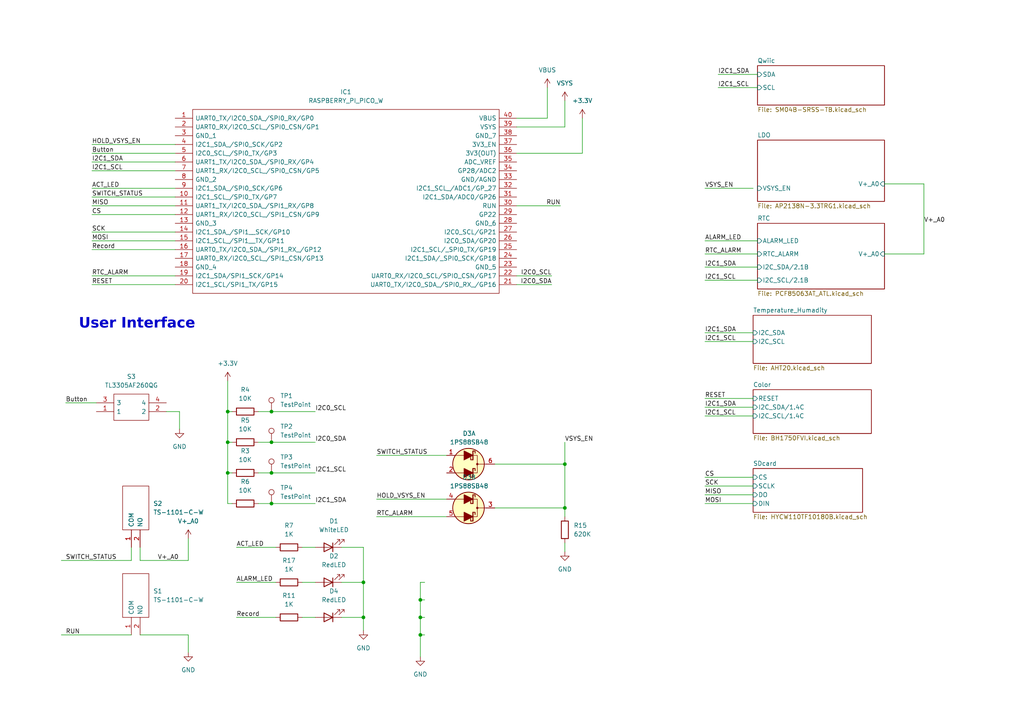
<source format=kicad_sch>
(kicad_sch (version 20230121) (generator eeschema)
  (paper "A4")
  (lib_symbols
    (symbol "Connector:TestPoint" (pin_numbers hide) (pin_names (offset 0.762) hide)
      (property "Reference" "TP" (at 0 6.858 0))
      (property "Value" "TestPoint" (at 0 5.08 0))
      (symbol "TestPoint_0_1"
        (circle (center 0 3.302) (radius 0.762))
      )
      (symbol "TestPoint_1_1"
        (pin passive line (at 0 0 90) (length 2.54) (name "1") (number "1"))
      )
    )
    (symbol "Device:LED" (pin_numbers hide) (pin_names (offset 1.016) hide)
      (property "Reference" "D" (at 0 2.54 0))
      (property "Value" "LED" (at 0 -2.54 0))
      (symbol "LED_0_1"
        (polyline (pts (xy -1.27 -1.27) (xy -1.27 1.27)) (stroke (width 0.254)))
        (polyline (pts (xy -1.27 0) (xy 1.27 0)))
        (polyline (pts (xy 1.27 -1.27) (xy 1.27 1.27) (xy -1.27 0) (xy 1.27 -1.27)) (stroke (width 0.254)))
        (polyline (pts (xy -3.048 -0.762) (xy -4.572 -2.286) (xy -3.81 -2.286) (xy -4.572 -2.286) (xy -4.572 -1.524)))
        (polyline (pts (xy -1.778 -0.762) (xy -3.302 -2.286) (xy -2.54 -2.286) (xy -3.302 -2.286) (xy -3.302 -1.524)))
      )
      (symbol "LED_1_1"
        (pin passive line (at -3.81 0 0) (length 2.54) (name "K") (number "1"))
        (pin passive line (at 3.81 0 180) (length 2.54) (name "A") (number "2"))
      )
    )
    (symbol "Device:R" (pin_numbers hide) (pin_names (offset 0))
      (property "Reference" "R" (at 2.032 0 90))
      (property "Value" "R" (at 0 0 90))
      (symbol "R_0_1"
        (rectangle (start -1.016 -2.54) (end 1.016 2.54) (stroke (width 0.254)))
      )
      (symbol "R_1_1"
        (pin passive line (at 0 3.81 270) (length 1.27) (name "~") (number "1"))
        (pin passive line (at 0 -3.81 90) (length 1.27) (name "~") (number "2"))
      )
    )
    (symbol "PCM_Diode_Schottky_AKL:1PS88SB48" (pin_names (offset 1.016) hide)
      (property "Reference" "D" (at 0 8.89 0))
      (property "Value" "1PS88SB48" (at 0 6.35 0))
      (symbol "1PS88SB48_0_1"
        (polyline (pts (xy -1.27 -2.54) (xy -3.81 -2.54)))
        (polyline (pts (xy -1.27 2.54) (xy -3.81 2.54)))
        (polyline (pts (xy 1.27 -3.81) (xy 1.27 -1.27)) (stroke (width 0.254)))
        (polyline (pts (xy 1.27 1.27) (xy 1.27 3.81)) (stroke (width 0.254)))
        (polyline (pts (xy 5.08 0) (xy 2.54 0)))
        (polyline (pts (xy 1.27 -2.54) (xy 2.54 -2.54) (xy 2.54 2.54) (xy 1.27 2.54)))
        (circle (center 0 0) (radius 4.572) (stroke (width 0.254)) (fill (type background)))
        (circle (center 2.54 0) (radius 0.254) (fill (type outline)))
      )
      (symbol "1PS88SB48_1_1"
        (polyline (pts (xy -1.27 -2.54) (xy 1.27 -2.54)))
        (polyline (pts (xy -1.27 2.54) (xy 1.27 2.54)))
        (polyline (pts (xy 1.27 -3.81) (xy 1.27 -1.27)) (stroke (width 0.254)))
        (polyline (pts (xy 1.27 1.27) (xy 1.27 3.81)) (stroke (width 0.254)))
        (polyline (pts (xy -1.27 -3.81) (xy -1.27 -1.27) (xy 1.27 -2.54) (xy -1.27 -3.81)) (stroke (width 0.254)) (fill (type outline)))
        (polyline (pts (xy -1.27 1.27) (xy -1.27 3.81) (xy 1.27 2.54) (xy -1.27 1.27)) (stroke (width 0.254)) (fill (type outline)))
        (polyline (pts (xy 0.635 -3.175) (xy 0.635 -3.81) (xy 1.27 -3.81) (xy 1.27 -1.27) (xy 1.905 -1.27) (xy 1.905 -1.905)) (stroke (width 0.254)))
        (polyline (pts (xy 0.635 1.905) (xy 0.635 1.27) (xy 1.27 1.27) (xy 1.27 3.81) (xy 1.905 3.81) (xy 1.905 3.175)) (stroke (width 0.254)))
        (pin passive line (at -6.35 2.54 0) (length 2.54) (name "A1") (number "1"))
        (pin passive line (at -6.35 -2.54 0) (length 2.54) (name "A1") (number "2"))
        (pin passive line (at 7.62 0 180) (length 2.54) (name "K1") (number "6"))
      )
      (symbol "1PS88SB48_2_1"
        (polyline (pts (xy -1.27 -2.54) (xy 1.27 -2.54)))
        (polyline (pts (xy -1.27 2.54) (xy 1.27 2.54)))
        (polyline (pts (xy 1.27 -3.81) (xy 1.27 -1.27)) (stroke (width 0.254)))
        (polyline (pts (xy 1.27 1.27) (xy 1.27 3.81)) (stroke (width 0.254)))
        (polyline (pts (xy -1.27 -3.81) (xy -1.27 -1.27) (xy 1.27 -2.54) (xy -1.27 -3.81)) (stroke (width 0.254)) (fill (type outline)))
        (polyline (pts (xy -1.27 1.27) (xy -1.27 3.81) (xy 1.27 2.54) (xy -1.27 1.27)) (stroke (width 0.254)) (fill (type outline)))
        (polyline (pts (xy 0.635 -3.175) (xy 0.635 -3.81) (xy 1.27 -3.81) (xy 1.27 -1.27) (xy 1.905 -1.27) (xy 1.905 -1.905)) (stroke (width 0.254)))
        (polyline (pts (xy 0.635 1.905) (xy 0.635 1.27) (xy 1.27 1.27) (xy 1.27 3.81) (xy 1.905 3.81) (xy 1.905 3.175)) (stroke (width 0.254)))
        (pin passive line (at 7.62 0 180) (length 2.54) (name "K2") (number "3"))
        (pin passive line (at -6.35 2.54 0) (length 2.54) (name "A2") (number "4"))
        (pin passive line (at -6.35 -2.54 0) (length 2.54) (name "A2") (number "5"))
      )
    )
    (symbol "RASPBERRY_PI_PICO_W:RASPBERRY_PI_PICO_W" (pin_names (offset 0.762))
      (property "Reference" "IC" (at 95.25 7.62 0))
      (property "Value" "RASPBERRY_PI_PICO_W" (at 95.25 5.08 0))
      (symbol "RASPBERRY_PI_PICO_W_0_0"
        (pin passive line (at 0 0 0) (length 5.08) (name "UART0_TX/I2C0_SDA_/SPI0_RX/GP0") (number "1"))
        (pin passive line (at 0 -22.86 0) (length 5.08) (name "I2C1_SCL_/SPI0_TX/GP7") (number "10"))
        (pin passive line (at 0 -25.4 0) (length 5.08) (name "UART1_TX/I2C0_SDA_/SPI1_RX/GP8") (number "11"))
        (pin passive line (at 0 -27.94 0) (length 5.08) (name "UART1_RX/I2C0_SCL_/SPI1_CSN/GP9") (number "12"))
        (pin passive line (at 0 -30.48 0) (length 5.08) (name "GND_3") (number "13"))
        (pin passive line (at 0 -33.02 0) (length 5.08) (name "I2C1_SDA_/SPI1__SCK/GP10") (number "14"))
        (pin passive line (at 0 -35.56 0) (length 5.08) (name "I2C1_SCL_/SPI1__TX/GP11") (number "15"))
        (pin passive line (at 0 -38.1 0) (length 5.08) (name "UART0_TX/I2C0_SDA_/SPI1_RX_/GP12") (number "16"))
        (pin passive line (at 0 -40.64 0) (length 5.08) (name "UART0_RX/I2C0_SCL_/SPI1_CSN/GP13") (number "17"))
        (pin passive line (at 0 -43.18 0) (length 5.08) (name "GND_4") (number "18"))
        (pin passive line (at 0 -45.72 0) (length 5.08) (name "I2C1_SDA/SPI1_SCK/GP14") (number "19"))
        (pin passive line (at 0 -2.54 0) (length 5.08) (name "UART0_RX/I2C0_SCL_/SPI0_CSN/GP1") (number "2"))
        (pin passive line (at 0 -48.26 0) (length 5.08) (name "I2C1_SCL/SPI1_TX/GP15") (number "20"))
        (pin passive line (at 99.06 -48.26 180) (length 5.08) (name "UART0_TX/I2C0_SDA_/SPI0_RX_/GP16") (number "21"))
        (pin passive line (at 99.06 -45.72 180) (length 5.08) (name "UART0_RX/I2C0_SCL/SPIO_CSN/GP17") (number "22"))
        (pin passive line (at 99.06 -43.18 180) (length 5.08) (name "GND_5") (number "23"))
        (pin passive line (at 99.06 -40.64 180) (length 5.08) (name "I2C1_SDA/_SPI0_SCK/GP18") (number "24"))
        (pin passive line (at 99.06 -38.1 180) (length 5.08) (name "I2C1_SCL/_SPI0_TX/GP19") (number "25"))
        (pin passive line (at 99.06 -35.56 180) (length 5.08) (name "I2C0_SDA/GP20") (number "26"))
        (pin passive line (at 99.06 -33.02 180) (length 5.08) (name "I2C0_SCL/GP21") (number "27"))
        (pin passive line (at 99.06 -30.48 180) (length 5.08) (name "GND_6") (number "28"))
        (pin passive line (at 99.06 -27.94 180) (length 5.08) (name "GP22") (number "29"))
        (pin passive line (at 0 -5.08 0) (length 5.08) (name "GND_1") (number "3"))
        (pin passive line (at 99.06 -25.4 180) (length 5.08) (name "RUN") (number "30"))
        (pin passive line (at 99.06 -22.86 180) (length 5.08) (name "I2C1_SDA/ADC0/GP26") (number "31"))
        (pin passive line (at 99.06 -20.32 180) (length 5.08) (name "I2C1_SCL_/ADC1/GP_27") (number "32"))
        (pin passive line (at 99.06 -17.78 180) (length 5.08) (name "GND/AGND") (number "33"))
        (pin passive line (at 99.06 -15.24 180) (length 5.08) (name "GP28/ADC2") (number "34"))
        (pin passive line (at 99.06 -12.7 180) (length 5.08) (name "ADC_VREF") (number "35"))
        (pin passive line (at 99.06 -10.16 180) (length 5.08) (name "3V3(OUT)") (number "36"))
        (pin passive line (at 99.06 -7.62 180) (length 5.08) (name "3V3_EN") (number "37"))
        (pin passive line (at 99.06 -5.08 180) (length 5.08) (name "GND_7") (number "38"))
        (pin passive line (at 99.06 -2.54 180) (length 5.08) (name "VSYS") (number "39"))
        (pin passive line (at 0 -7.62 0) (length 5.08) (name "I2C1_SDA_/SPI0_SCK/GP2") (number "4"))
        (pin passive line (at 99.06 0 180) (length 5.08) (name "VBUS") (number "40"))
        (pin passive line (at 0 -10.16 0) (length 5.08) (name "I2C0_SCL_/SPI0_TX/GP3") (number "5"))
        (pin passive line (at 0 -12.7 0) (length 5.08) (name "UART1_TX/I2C0_SDA_/SPI0_RX/GP4") (number "6"))
        (pin passive line (at 0 -15.24 0) (length 5.08) (name "UART1_RX/I2C0_SCL_/SPI0_CSN/GP5") (number "7"))
        (pin passive line (at 0 -17.78 0) (length 5.08) (name "GND_2") (number "8"))
        (pin passive line (at 0 -20.32 0) (length 5.08) (name "I2C1_SDA_/SPI0_SCK/GP6") (number "9"))
      )
      (symbol "RASPBERRY_PI_PICO_W_0_1"
        (polyline (pts (xy 5.08 2.54) (xy 93.98 2.54) (xy 93.98 -50.8) (xy 5.08 -50.8) (xy 5.08 2.54)) (stroke (width 0.1524)))
      )
    )
    (symbol "TL3305AF260QG:TL3305AF260QG" (pin_names (offset 0.762))
      (property "Reference" "S" (at 16.51 7.62 0))
      (property "Value" "TL3305AF260QG" (at 16.51 5.08 0))
      (symbol "TL3305AF260QG_0_0"
        (pin passive line (at 0 -2.54 0) (length 5.08) (name "1") (number "1"))
        (pin passive line (at 20.32 -2.54 180) (length 5.08) (name "2") (number "2"))
        (pin passive line (at 0 0 0) (length 5.08) (name "3") (number "3"))
        (pin passive line (at 20.32 0 180) (length 5.08) (name "4") (number "4"))
      )
      (symbol "TL3305AF260QG_0_1"
        (polyline (pts (xy 5.08 2.54) (xy 15.24 2.54) (xy 15.24 -5.08) (xy 5.08 -5.08) (xy 5.08 2.54)) (stroke (width 0.1524)))
      )
    )
    (symbol "TS-1101-C-W:TS-1101-C-W" (pin_names (offset 0.762))
      (property "Reference" "S" (at 19.05 7.62 0))
      (property "Value" "TS-1101-C-W" (at 19.05 5.08 0))
      (symbol "TS-1101-C-W_0_0"
        (pin passive line (at 0 0 0) (length 5.08) (name "COM") (number "1"))
        (pin passive line (at 0 -2.54 0) (length 5.08) (name "NO") (number "2"))
      )
      (symbol "TS-1101-C-W_0_1"
        (polyline (pts (xy 5.08 2.54) (xy 17.78 2.54) (xy 17.78 -5.08) (xy 5.08 -5.08) (xy 5.08 2.54)) (stroke (width 0.1524)))
      )
    )
    (symbol "power:+3.3V" (power) (pin_names (offset 0))
      (property "Value" "+3.3V" (at 0 3.556 0))
      (symbol "+3.3V_0_1"
        (polyline (pts (xy -0.762 1.27) (xy 0 2.54)))
        (polyline (pts (xy 0 0) (xy 0 2.54)))
        (polyline (pts (xy 0 2.54) (xy 0.762 1.27)))
      )
      (symbol "+3.3V_1_1"
        (pin power_in line (at 0 0 90) (length 0) hide (name "+3.3V") (number "1"))
      )
    )
    (symbol "power:GND" (power) (pin_names (offset 0))
      (property "Value" "GND" (at 0 -3.81 0))
      (symbol "GND_0_1"
        (polyline (pts (xy 0 0) (xy 0 -1.27) (xy 1.27 -1.27) (xy 0 -2.54) (xy -1.27 -1.27) (xy 0 -1.27)))
      )
      (symbol "GND_1_1"
        (pin power_in line (at 0 0 270) (length 0) hide (name "GND") (number "1"))
      )
    )
    (symbol "power:VBUS" (power) (pin_names (offset 0))
      (property "Value" "VBUS" (at 0 3.81 0))
      (symbol "VBUS_0_1"
        (polyline (pts (xy -0.762 1.27) (xy 0 2.54)))
        (polyline (pts (xy 0 0) (xy 0 2.54)))
        (polyline (pts (xy 0 2.54) (xy 0.762 1.27)))
      )
      (symbol "VBUS_1_1"
        (pin power_in line (at 0 0 90) (length 0) hide (name "VBUS") (number "1"))
      )
    )
    (symbol "power_vsys:V+_A0" (power) (pin_names (offset 0))
      (property "Value" "V+_A0" (at 0 3.81 0))
      (symbol "V+_A0_0_1"
        (polyline (pts (xy -0.762 1.27) (xy 0 2.54)))
        (polyline (pts (xy 0 0) (xy 0 2.54)))
        (polyline (pts (xy 0 2.54) (xy 0.762 1.27)))
      )
      (symbol "V+_A0_1_1"
        (pin power_in line (at 0 0 90) (length 0) hide (name "V+_A0") (number "1"))
      )
    )
    (symbol "power_vsys:VSYS" (power) (pin_names (offset 0))
      (property "Value" "VSYS" (at 0 3.81 0))
      (symbol "VSYS_0_1"
        (polyline (pts (xy -0.762 1.27) (xy 0 2.54)))
        (polyline (pts (xy 0 0) (xy 0 2.54)))
        (polyline (pts (xy 0 2.54) (xy 0.762 1.27)))
      )
      (symbol "VSYS_1_1"
        (pin power_in line (at 0 0 90) (length 0) hide (name "VSYS") (number "1"))
      )
    )
  )
  (junction (at 66.04 137.16))
  (junction (at 121.92 179.07))
  (junction (at 105.41 168.91))
  (junction (at 66.04 119.38))
  (junction (at 78.74 128.27))
  (junction (at 121.92 173.99))
  (junction (at 78.74 137.16))
  (junction (at 66.04 128.27))
  (junction (at 163.83 134.62))
  (junction (at 78.74 146.05))
  (junction (at 163.83 147.32))
  (junction (at 105.41 179.07))
  (junction (at 78.74 119.38))
  (junction (at 121.92 184.15))
  (wire (pts (xy 204.47 54.61) (xy 218.44 54.61)))
  (wire (pts (xy 204.47 115.57) (xy 218.44 115.57)))
  (wire (pts (xy 40.64 158.75) (xy 40.64 162.56)))
  (wire (pts (xy 66.04 119.38) (xy 66.04 128.27)))
  (wire (pts (xy 99.06 158.75) (xy 105.41 158.75)))
  (wire (pts (xy 68.58 168.91) (xy 80.01 168.91)))
  (wire (pts (xy 105.41 179.07) (xy 105.41 182.88)))
  (wire (pts (xy 204.47 99.06) (xy 218.44 99.06)))
  (wire (pts (xy 68.58 179.07) (xy 80.01 179.07)))
  (wire (pts (xy 163.83 128.27) (xy 163.83 134.62)))
  (wire (pts (xy 109.22 132.08) (xy 129.54 132.08)))
  (wire (pts (xy 163.83 157.48) (xy 163.83 160.02)))
  (wire (pts (xy 78.74 137.16) (xy 91.44 137.16)))
  (wire (pts (xy 158.75 34.29) (xy 158.75 25.4)))
  (wire (pts (xy 105.41 168.91) (xy 105.41 179.07)))
  (wire (pts (xy 78.74 146.05) (xy 91.44 146.05)))
  (wire (pts (xy 78.74 119.38) (xy 91.44 119.38)))
  (wire (pts (xy 26.67 44.45) (xy 50.8 44.45)))
  (wire (pts (xy 26.67 67.31) (xy 50.8 67.31)))
  (wire (pts (xy 66.04 137.16) (xy 66.04 146.05)))
  (wire (pts (xy 204.47 69.85) (xy 219.71 69.85)))
  (wire (pts (xy 256.54 53.34) (xy 267.97 53.34)))
  (wire (pts (xy 87.63 168.91) (xy 91.44 168.91)))
  (wire (pts (xy 99.06 168.91) (xy 105.41 168.91)))
  (wire (pts (xy 267.97 73.66) (xy 256.54 73.66)))
  (wire (pts (xy 149.86 59.69) (xy 162.56 59.69)))
  (wire (pts (xy 26.67 59.69) (xy 50.8 59.69)))
  (wire (pts (xy 26.67 41.91) (xy 50.8 41.91)))
  (wire (pts (xy 66.04 137.16) (xy 67.31 137.16)))
  (wire (pts (xy 87.63 179.07) (xy 91.44 179.07)))
  (wire (pts (xy 208.28 25.4) (xy 219.71 25.4)))
  (wire (pts (xy 66.04 119.38) (xy 67.31 119.38)))
  (wire (pts (xy 26.67 54.61) (xy 50.8 54.61)))
  (wire (pts (xy 121.92 184.15) (xy 121.92 190.5)))
  (wire (pts (xy 121.92 173.99) (xy 121.92 179.07)))
  (wire (pts (xy 66.04 146.05) (xy 67.31 146.05)))
  (wire (pts (xy 105.41 158.75) (xy 105.41 168.91)))
  (wire (pts (xy 121.92 179.07) (xy 121.92 184.15)))
  (wire (pts (xy 163.83 147.32) (xy 163.83 149.86)))
  (wire (pts (xy 208.28 21.59) (xy 219.71 21.59)))
  (wire (pts (xy 74.93 146.05) (xy 78.74 146.05)))
  (wire (pts (xy 204.47 120.65) (xy 218.44 120.65)))
  (wire (pts (xy 204.47 73.66) (xy 219.71 73.66)))
  (wire (pts (xy 204.47 96.52) (xy 218.44 96.52)))
  (wire (pts (xy 26.67 82.55) (xy 50.8 82.55)))
  (wire (pts (xy 66.04 128.27) (xy 66.04 137.16)))
  (wire (pts (xy 204.47 146.05) (xy 218.44 146.05)))
  (wire (pts (xy 26.67 69.85) (xy 50.8 69.85)))
  (wire (pts (xy 26.67 57.15) (xy 50.8 57.15)))
  (wire (pts (xy 54.61 184.15) (xy 54.61 189.23)))
  (wire (pts (xy 54.61 156.21) (xy 54.61 162.56)))
  (wire (pts (xy 163.83 36.83) (xy 163.83 29.21)))
  (wire (pts (xy 26.67 72.39) (xy 50.8 72.39)))
  (wire (pts (xy 38.1 158.75) (xy 38.1 162.56)))
  (wire (pts (xy 267.97 53.34) (xy 267.97 73.66)))
  (wire (pts (xy 204.47 140.97) (xy 218.44 140.97)))
  (wire (pts (xy 109.22 144.78) (xy 129.54 144.78)))
  (wire (pts (xy 121.92 168.91) (xy 121.92 173.99)))
  (wire (pts (xy 66.04 110.49) (xy 66.04 119.38)))
  (wire (pts (xy 143.51 147.32) (xy 163.83 147.32)))
  (wire (pts (xy 74.93 119.38) (xy 78.74 119.38)))
  (wire (pts (xy 17.78 184.15) (xy 38.1 184.15)))
  (wire (pts (xy 26.67 62.23) (xy 50.8 62.23)))
  (wire (pts (xy 149.86 36.83) (xy 163.83 36.83)))
  (wire (pts (xy 26.67 80.01) (xy 50.8 80.01)))
  (wire (pts (xy 26.67 46.99) (xy 50.8 46.99)))
  (wire (pts (xy 19.05 116.84) (xy 27.94 116.84)))
  (wire (pts (xy 163.83 147.32) (xy 163.83 134.62)))
  (wire (pts (xy 40.64 162.56) (xy 54.61 162.56)))
  (wire (pts (xy 74.93 137.16) (xy 78.74 137.16)))
  (wire (pts (xy 121.92 179.07) (xy 123.19 179.07)))
  (wire (pts (xy 149.86 80.01) (xy 160.02 80.01)))
  (wire (pts (xy 87.63 158.75) (xy 91.44 158.75)))
  (wire (pts (xy 74.93 128.27) (xy 78.74 128.27)))
  (wire (pts (xy 78.74 128.27) (xy 91.44 128.27)))
  (wire (pts (xy 204.47 118.11) (xy 218.44 118.11)))
  (wire (pts (xy 109.22 149.86) (xy 129.54 149.86)))
  (wire (pts (xy 204.47 138.43) (xy 218.44 138.43)))
  (wire (pts (xy 168.91 44.45) (xy 168.91 34.29)))
  (wire (pts (xy 66.04 128.27) (xy 67.31 128.27)))
  (wire (pts (xy 149.86 82.55) (xy 160.02 82.55)))
  (wire (pts (xy 48.26 119.38) (xy 52.07 119.38)))
  (wire (pts (xy 143.51 134.62) (xy 163.83 134.62)))
  (wire (pts (xy 149.86 34.29) (xy 158.75 34.29)))
  (wire (pts (xy 17.78 162.56) (xy 38.1 162.56)))
  (wire (pts (xy 204.47 77.47) (xy 219.71 77.47)))
  (wire (pts (xy 121.92 173.99) (xy 123.19 173.99)))
  (wire (pts (xy 123.19 168.91) (xy 121.92 168.91)))
  (wire (pts (xy 26.67 49.53) (xy 50.8 49.53)))
  (wire (pts (xy 40.64 184.15) (xy 54.61 184.15)))
  (wire (pts (xy 121.92 184.15) (xy 123.19 184.15)))
  (wire (pts (xy 68.58 158.75) (xy 80.01 158.75)))
  (wire (pts (xy 149.86 44.45) (xy 168.91 44.45)))
  (wire (pts (xy 204.47 143.51) (xy 218.44 143.51)))
  (wire (pts (xy 99.06 179.07) (xy 105.41 179.07)))
  (wire (pts (xy 52.07 119.38) (xy 52.07 124.46)))
  (wire (pts (xy 204.47 81.28) (xy 219.71 81.28)))
  (text "User Interface" (at 22.86 96.52 0) (effects (font (size 3 3) (thickness 1) bold) (justify left bottom)))
  (label "I2C1_SCL" (at 204.47 81.28 0))
  (label "Record" (at 68.58 179.07 0))
  (label "I2C1_SDA" (at 91.44 146.05 0))
  (label "I2C0_SCL" (at 91.44 119.38 0))
  (label "ACT_LED" (at 68.58 158.75 0))
  (label "RESET" (at 204.47 115.57 0))
  (label "V+_A0" (at 45.72 162.56 0))
  (label "RTC_ALARM" (at 26.67 80.01 0))
  (label "HOLD_VSYS_EN" (at 26.67 41.91 0))
  (label "VSYS_EN" (at 204.47 54.61 0))
  (label "RTC_ALARM" (at 109.22 149.86 0))
  (label "Record" (at 26.67 72.39 0))
  (label "ACT_LED" (at 26.67 54.61 0))
  (label "MISO" (at 204.47 143.51 0))
  (label "I2C1_SCL" (at 204.47 120.65 0))
  (label "I2C1_SDA" (at 204.47 96.52 0))
  (label "ALARM_LED" (at 204.47 69.85 0))
  (label "Button" (at 19.05 116.84 0))
  (label "ALARM_LED" (at 68.58 168.91 0))
  (label "I2C1_SDA" (at 204.47 118.11 0))
  (label "SWITCH_STATUS" (at 19.05 162.56 0))
  (label "SWITCH_STATUS" (at 26.67 57.15 0))
  (label "I2C0_SDA" (at 160.02 82.55 180))
  (label "MISO" (at 26.67 59.69 0))
  (label "RTC_ALARM" (at 204.47 73.66 0))
  (label "SWITCH_STATUS" (at 109.22 132.08 0))
  (label "I2C1_SCL" (at 26.67 49.53 0))
  (label "MOSI" (at 204.47 146.05 0))
  (label "RESET" (at 26.67 82.55 0))
  (label "I2C1_SCL" (at 208.28 25.4 0))
  (label "I2C1_SDA" (at 204.47 77.47 0))
  (label "RUN" (at 19.05 184.15 0))
  (label "HOLD_VSYS_EN" (at 109.22 144.78 0))
  (label "VSYS_EN" (at 163.83 128.27 0))
  (label "MOSI" (at 26.67 69.85 0))
  (label "RUN" (at 162.56 59.69 180))
  (label "CS" (at 26.67 62.23 0))
  (label "Button" (at 26.67 44.45 0))
  (label "CS" (at 204.47 138.43 0))
  (label "I2C1_SCL" (at 91.44 137.16 0))
  (label "I2C1_SCL" (at 204.47 99.06 0))
  (label "V+_A0" (at 267.97 64.77 0))
  (label "I2C0_SCL" (at 160.02 80.01 180))
  (label "I2C1_SDA" (at 26.67 46.99 0))
  (label "I2C0_SDA" (at 91.44 128.27 0))
  (label "I2C1_SDA" (at 208.28 21.59 0))
  (label "SCK" (at 26.67 67.31 0))
  (label "SCK" (at 204.47 140.97 0))
  (symbol (lib_id "PCM_Diode_Schottky_AKL:1PS88SB48") (at 135.89 147.32 0) (unit 2)
    (property "Reference" "D3" (at 136.0805 138.43 0))
    (property "Value" "1PS88SB48" (at 136.0805 140.97 0))
    (property "Footprint" "Package_TO_SOT_SMD:SOT-363_SC-70-6" (effects hide))
    (property "Datasheet" "https://www.tme.eu/Document/efcb48e084f0b780c9b8a2cd336b0d4b/BAS40_1PSXXSB4X_SER.pdf" (effects hide))
  )
  (symbol (lib_id "Connector:TestPoint") (at 78.74 137.16 0) (unit 1)
    (property "Reference" "TP3" (at 81.28 132.588 0) (effects (justify left)))
    (property "Value" "TestPoint" (at 81.28 135.128 0) (effects (justify left)))
    (property "Footprint" "TestPoint:TestPoint_Pad_D1.0mm" (effects hide))
  )
  (symbol (lib_id "RASPBERRY_PI_PICO_W:RASPBERRY_PI_PICO_W") (at 50.8 34.29 0) (unit 1)
    (property "Reference" "IC1" (at 100.33 26.67 0))
    (property "Value" "RASPBERRY_PI_PICO_W" (at 100.33 29.21 0))
    (property "Footprint" "PICO_W:RASPBERRYPIPICOW" (effects hide))
    (property "Datasheet" "https://datasheets.raspberrypi.com/picow/pico-w-datasheet.pdf" (effects hide))
    (property "Description" "RASPBERRY-PI - RASPBERRY PI PICO W - Raspberry Pi Board, Raspberry Pi Pico W, RP2040, 32bit, ARM Cortex-M0+" (effects hide))
    (property "Height" "1" (effects hide))
    (property "Manufacturer_Name" "RASPBERRY-PI" (effects hide))
    (property "Manufacturer_Part_Number" "RASPBERRY PI PICO W" (effects hide))
  )
  (symbol (lib_id "Device:R") (at 83.82 158.75 90) (unit 1)
    (property "Reference" "R7" (at 83.82 152.4128 90))
    (property "Value" "1K" (at 83.82 154.9528 90))
    (property "Footprint" "Resistor_SMD:R_0603_1608Metric" (effects hide))
    (property "Manufacturer_Part_Number" "0603WAF1001T5E" (effects hide))
  )
  (symbol (lib_id "Device:R") (at 83.82 179.07 90) (unit 1)
    (property "Reference" "R11" (at 83.82 172.7328 90))
    (property "Value" "1K" (at 83.82 175.2728 90))
    (property "Footprint" "Resistor_SMD:R_0603_1608Metric" (effects hide))
    (property "Manufacturer_Part_Number" "0603WAF1001T5E" (effects hide))
  )
  (symbol (lib_id "Connector:TestPoint") (at 78.74 128.27 0) (unit 1)
    (property "Reference" "TP2" (at 81.28 123.698 0) (effects (justify left)))
    (property "Value" "TestPoint" (at 81.28 126.238 0) (effects (justify left)))
    (property "Footprint" "TestPoint:TestPoint_Pad_D1.0mm" (effects hide))
  )
  (symbol (lib_id "power:VBUS") (at 158.75 25.4 0) (unit 1)
    (property "Reference" "#PWR06" (effects hide))
    (property "Value" "VBUS" (at 158.75 20.32 0))
  )
  (symbol (lib_id "power:GND") (at 121.92 190.5 0) (unit 1)
    (property "Reference" "#PWR018" (effects hide))
    (property "Value" "GND" (at 121.92 195.58 0))
  )
  (symbol (lib_id "Device:LED") (at 95.25 158.75 180) (unit 1)
    (property "Reference" "D1" (at 96.8375 151.13 0))
    (property "Value" "WhiteLED" (at 96.8375 153.67 0))
    (property "Footprint" "LED_SMD:LED_0603_1608Metric" (effects hide))
    (property "Manufacturer_Part_Number" "SML-E12V8WT86" (effects hide))
  )
  (symbol (lib_id "PCM_Diode_Schottky_AKL:1PS88SB48") (at 135.89 134.62 0) (unit 1)
    (property "Reference" "D3" (at 136.0805 125.73 0))
    (property "Value" "1PS88SB48" (at 136.0805 128.27 0))
    (property "Footprint" "Package_TO_SOT_SMD:SOT-363_SC-70-6" (effects hide))
    (property "Datasheet" "https://www.tme.eu/Document/efcb48e084f0b780c9b8a2cd336b0d4b/BAS40_1PSXXSB4X_SER.pdf" (effects hide))
  )
  (symbol (lib_id "TL3305AF260QG:TL3305AF260QG") (at 27.94 116.84 0) (unit 1)
    (property "Reference" "S3" (at 38.1 109.22 0))
    (property "Value" "TL3305AF260QG" (at 38.1 111.76 0))
    (property "Footprint" "TL3305AF260QG:TL3305AF160QG" (effects hide))
    (property "Datasheet" "https://componentsearchengine.com/Datasheets/1/TL3305AF260QG.pdf" (effects hide))
    (property "Description" "E-SWITCH - TL3305AF260QG - TACTILE SW, SPST, 0.05A, 12VDC, SOLDER" (effects hide))
    (property "Manufacturer_Name" "E-Switch" (effects hide))
    (property "Manufacturer_Part_Number" "TL3305AF260QG" (effects hide))
    (property "Mouser Part Number" "612-TL3305AF260QG" (effects hide))
    (property "Mouser Price/Stock" "https://www.mouser.co.uk/ProductDetail/E-Switch/TL3305AF260QG?qs=UrFqKgNWc7QGfGfc5KSA7A%3D%3D" (effects hide))
    (property "LCSC" "C2886902" (effects hide))
  )
  (symbol (lib_id "power:GND") (at 163.83 160.02 0) (unit 1)
    (property "Reference" "#PWR026" (effects hide))
    (property "Value" "GND" (at 163.83 165.1 0))
  )
  (symbol (lib_id "Device:R") (at 71.12 119.38 270) (unit 1)
    (property "Reference" "R4" (at 71.12 113.03 90))
    (property "Value" "10K" (at 71.12 115.57 90))
    (property "Footprint" "Resistor_SMD:R_0603_1608Metric" (effects hide))
    (property "Manufacturer_Part_Number" "0603WAF1002T5E" (effects hide))
  )
  (symbol (lib_id "Device:R") (at 71.12 146.05 270) (unit 1)
    (property "Reference" "R6" (at 71.12 139.7 90))
    (property "Value" "10K" (at 71.12 142.24 90))
    (property "Footprint" "Resistor_SMD:R_0603_1608Metric" (effects hide))
    (property "Manufacturer_Part_Number" "0603WAF1002T5E" (effects hide))
  )
  (symbol (lib_id "Connector:TestPoint") (at 78.74 146.05 0) (unit 1)
    (property "Reference" "TP4" (at 81.28 141.478 0) (effects (justify left)))
    (property "Value" "TestPoint" (at 81.28 144.018 0) (effects (justify left)))
    (property "Footprint" "TestPoint:TestPoint_Pad_D1.0mm" (effects hide))
  )
  (symbol (lib_id "power:+3.3V") (at 66.04 110.49 0) (unit 1)
    (property "Reference" "#PWR09" (effects hide))
    (property "Value" "+3.3V" (at 66.04 105.41 0))
  )
  (symbol (lib_id "Device:R") (at 71.12 137.16 270) (unit 1)
    (property "Reference" "R3" (at 71.12 130.81 90))
    (property "Value" "10K" (at 71.12 133.35 90))
    (property "Footprint" "Resistor_SMD:R_0603_1608Metric" (effects hide))
    (property "Manufacturer_Part_Number" "0603WAF1002T5E" (effects hide))
  )
  (symbol (lib_id "power_vsys:V+_A0") (at 54.61 156.21 0) (unit 1)
    (property "Reference" "#PWR024" (effects hide))
    (property "Value" "V+_A0" (at 54.61 151.13 0))
  )
  (symbol (lib_id "TS-1101-C-W:TS-1101-C-W") (at 38.1 158.75 90) (unit 1)
    (property "Reference" "S2" (at 44.45 146.05 90) (effects (justify right)))
    (property "Value" "TS-1101-C-W" (at 44.45 148.59 90) (effects (justify right)))
    (property "Footprint" "TS-1101-C-W:TS1101CW" (effects hide))
    (property "Datasheet" "http://www.helloxkb.com/public/images/pdf/TS-1101-X-X.pdf" (effects hide))
    (property "Description" "tact switch 3x6x2.5 stick flat foot white button 260GF" (effects hide))
    (property "Height" "2.6" (effects hide))
    (property "Manufacturer_Name" "XKB Connectivity" (effects hide))
    (property "Manufacturer_Part_Number" "TS-1101-C-W" (effects hide))
  )
  (symbol (lib_id "Device:LED") (at 95.25 179.07 180) (unit 1)
    (property "Reference" "D4" (at 96.8375 171.45 0))
    (property "Value" "RedLED" (at 96.8375 173.99 0))
    (property "Footprint" "LED_SMD:LED_0603_1608Metric" (effects hide))
    (property "Manufacturer_Part_Number" "XL-1608VRC-06" (effects hide))
  )
  (symbol (lib_id "Connector:TestPoint") (at 78.74 119.38 0) (unit 1)
    (property "Reference" "TP1" (at 81.28 114.808 0) (effects (justify left)))
    (property "Value" "TestPoint" (at 81.28 117.348 0) (effects (justify left)))
    (property "Footprint" "TestPoint:TestPoint_Pad_D1.0mm" (effects hide))
  )
  (symbol (lib_id "power_vsys:VSYS") (at 163.83 29.21 0) (unit 1)
    (property "Reference" "#PWR07" (effects hide))
    (property "Value" "VSYS" (at 163.83 24.13 0))
  )
  (symbol (lib_id "Device:LED") (at 95.25 168.91 180) (unit 1)
    (property "Reference" "D2" (at 96.8375 161.29 0))
    (property "Value" "RedLED" (at 96.8375 163.83 0))
    (property "Footprint" "LED_SMD:LED_0603_1608Metric" (effects hide))
    (property "Manufacturer_Part_Number" "XL-1608VRC-06" (effects hide))
  )
  (symbol (lib_id "Device:R") (at 83.82 168.91 90) (unit 1)
    (property "Reference" "R17" (at 83.82 162.5728 90))
    (property "Value" "1K" (at 83.82 165.1128 90))
    (property "Footprint" "Resistor_SMD:R_0603_1608Metric" (effects hide))
    (property "Manufacturer_Part_Number" "0603WAF1001T5E" (effects hide))
  )
  (symbol (lib_id "Device:R") (at 163.83 153.67 180) (unit 1)
    (property "Reference" "R15" (at 166.37 152.4 0) (effects (justify right)))
    (property "Value" "620K" (at 166.37 154.94 0) (effects (justify right)))
    (property "Footprint" "Resistor_SMD:R_0603_1608Metric" (effects hide))
    (property "Manufacturer_Part_Number" "0603WAF6203T5E" (effects hide))
  )
  (symbol (lib_id "power:+3.3V") (at 168.91 34.29 0) (unit 1)
    (property "Reference" "#PWR08" (effects hide))
    (property "Value" "+3.3V" (at 168.91 29.21 0))
  )
  (symbol (lib_id "power:GND") (at 105.41 182.88 0) (unit 1)
    (property "Reference" "#PWR015" (effects hide))
    (property "Value" "GND" (at 105.41 187.96 0))
  )
  (symbol (lib_id "TS-1101-C-W:TS-1101-C-W") (at 38.1 184.15 90) (unit 1)
    (property "Reference" "S1" (at 44.45 171.45 90) (effects (justify right)))
    (property "Value" "TS-1101-C-W" (at 44.45 173.99 90) (effects (justify right)))
    (property "Footprint" "TS-1101-C-W:TS1101CW" (effects hide))
    (property "Datasheet" "http://www.helloxkb.com/public/images/pdf/TS-1101-X-X.pdf" (effects hide))
    (property "Description" "tact switch 3x6x2.5 stick flat foot white button 260GF" (effects hide))
    (property "Height" "2.6" (effects hide))
    (property "Manufacturer_Name" "XKB Connectivity" (effects hide))
    (property "Manufacturer_Part_Number" "TS-1101-C-W" (effects hide))
  )
  (symbol (lib_id "power:GND") (at 52.07 124.46 0) (unit 1)
    (property "Reference" "#PWR032" (effects hide))
    (property "Value" "GND" (at 52.07 129.54 0))
  )
  (symbol (lib_id "Device:R") (at 71.12 128.27 270) (unit 1)
    (property "Reference" "R5" (at 71.12 121.92 90))
    (property "Value" "10K" (at 71.12 124.46 90))
    (property "Footprint" "Resistor_SMD:R_0603_1608Metric" (effects hide))
    (property "Manufacturer_Part_Number" "0603WAF1002T5E" (effects hide))
  )
  (symbol (lib_id "power:GND") (at 54.61 189.23 0) (unit 1)
    (property "Reference" "#PWR025" (effects hide))
    (property "Value" "GND" (at 54.61 194.31 0))
  )
  (sheet (at 219.71 40.64) (size 36.83 17.78) (stroke (width 0.1524))
    (property "Sheetname" "LDO" (at 219.71 39.9284 0) (effects (justify left bottom)))
    (property "Sheetfile" "AP2138N-3.3TRG1.kicad_sch" (at 219.71 59.0046 0) (effects (justify left top)))
    (pin "VSYS_EN" input (at 219.71 54.61 180))
    (pin "V+_A0" input (at 256.54 53.34 0))
  )
  (sheet (at 219.71 19.05) (size 36.83 11.43) (stroke (width 0.1524))
    (property "Sheetname" "Qwiic" (at 219.71 18.3384 0) (effects (justify left bottom)))
    (property "Sheetfile" "SM04B-SRSS-TB.kicad_sch" (at 219.71 31.0646 0) (effects (justify left top)))
    (pin "SDA" input (at 219.71 21.59 180))
    (pin "SCL" input (at 219.71 25.4 180))
  )
  (sheet (at 218.44 135.89) (size 31.75 12.7) (stroke (width 0.1524))
    (property "Sheetname" "SDcard" (at 218.44 135.1784 0) (effects (justify left bottom)))
    (property "Sheetfile" "HYCW110TF10180B.kicad_sch" (at 218.44 149.1746 0) (effects (justify left top)))
    (pin "CS" input (at 218.44 138.43 180))
    (pin "SCLK" input (at 218.44 140.97 180))
    (pin "DO" input (at 218.44 143.51 180))
    (pin "DIN" input (at 218.44 146.05 180))
  )
  (sheet (at 218.44 113.03) (size 34.29 12.7) (stroke (width 0.1524))
    (property "Sheetname" "Color" (at 218.44 112.3184 0) (effects (justify left bottom)))
    (property "Sheetfile" "BH1750FVI.kicad_sch" (at 218.44 126.3146 0) (effects (justify left top)))
    (pin "RESET" input (at 218.44 115.57 180))
    (pin "I2C_SDA{slash}1.4C" input (at 218.44 118.11 180))
    (pin "I2C_SCL{slash}1.4C" input (at 218.44 120.65 180))
  )
  (sheet (at 219.71 64.77) (size 36.83 19.05) (stroke (width 0.1524))
    (property "Sheetname" "RTC" (at 219.71 64.0584 0) (effects (justify left bottom)))
    (property "Sheetfile" "PCF85063AT_ATL.kicad_sch" (at 219.71 84.4046 0) (effects (justify left top)))
    (pin "ALARM_LED" input (at 219.71 69.85 180))
    (pin "RTC_ALARM" input (at 219.71 73.66 180))
    (pin "I2C_SDA{slash}2.1B" input (at 219.71 77.47 180))
    (pin "I2C_SCL{slash}2.1B" input (at 219.71 81.28 180))
    (pin "V+_A0" input (at 256.54 73.66 0))
  )
  (sheet (at 218.44 91.44) (size 34.29 13.97) (stroke (width 0.1524))
    (property "Sheetname" "Temperature_Humadity" (at 218.44 90.7284 0) (effects (justify left bottom)))
    (property "Sheetfile" "AHT20.kicad_sch" (at 218.44 105.9946 0) (effects (justify left top)))
    (pin "I2C_SDA" input (at 218.44 96.52 180))
    (pin "I2C_SCL" input (at 218.44 99.06 180))
  )
)
</source>
